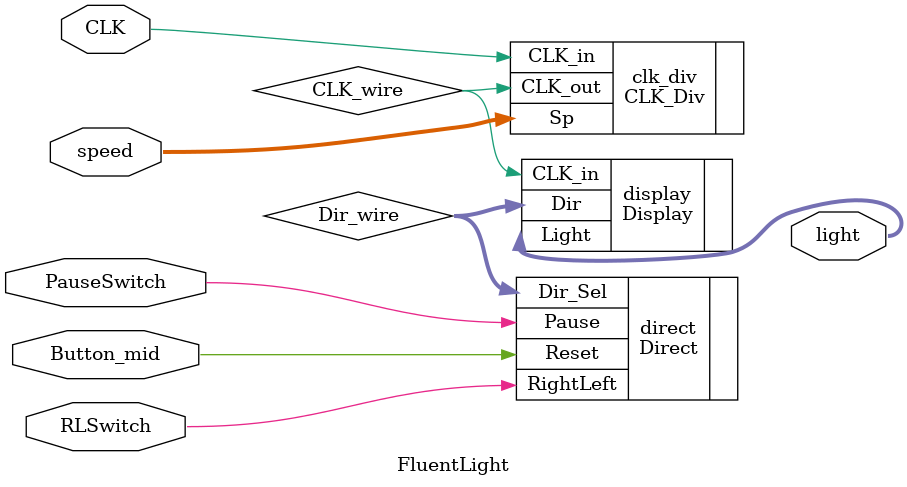
<source format=v>
`timescale 1ns / 1ps


module FluentLight(
    input CLK,
    input [1 : 0] speed,
    input RLSwitch,
    input PauseSwitch, 
    input Button_mid,
    
    output [15 : 0] light
    );
    
    wire CLK_wire;
    wire [1 : 0] Dir_wire;
    
    CLK_Div clk_div (
        .CLK_in( CLK ),
        .Sp( speed ),
        .CLK_out( CLK_wire )
    );
    
    Direct direct(
        .RightLeft( RLSwitch ),
        .Pause( PauseSwitch ),
        .Reset( Button_mid ),
        .Dir_Sel( Dir_wire )
    );
    
    Display display (
        .CLK_in( CLK_wire ),
        .Dir( Dir_wire ),
        .Light( light )
    );
    
endmodule

</source>
